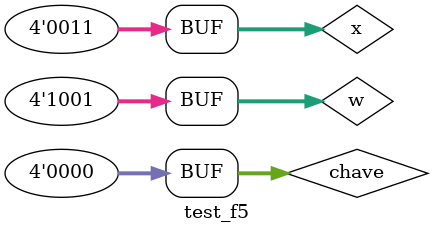
<source format=v>
module cx1 (output [3:0] s0, 
			          input [3:0] s5, 
			          input [3:0] s2, 
			          input [3:0] chave); 
 assign s0 = (s5 & ~chave) | (s2 & chave); 
	endmodule // cx1
module cx2 (output [3:0] s1, 
			           input [3:0] s3, 
			           input [3:0] s4, 
			           input [3:0] chave); 
 assign s1 = (s3 & ~chave) | (s4 & chave); 
	endmodule // cx2
module orGate (output [3:0] s5, 
			  		input [3:0] w, 
			  		input [3:0] x); 
 assign s5 = (w | x);         
 	endmodule // orGate 
module xorGate (output [3:0] s2, 
			  		input [3:0] w, 
			  		input [3:0] x); 
 assign s2 = (w ^ x); 
	endmodule // xorGate 
module xnorGate (output [3:0] s4, 
			  		  input [3:0] w, 
			  		  input [3:0] x); 
 assign s4 = ~(w ^ x);         
 	endmodule // xnorGate 
module norGate (output [3:0] s3, 
			  		 input [3:0] w, 
			  		 input [3:0] x); 
 assign s3 = ~(w | x); 
	endmodule // norGate 
	module test_f5; 
// ------------------------- definir dados 
	reg [3:0] w; 
	reg [3:0] x; 
	reg [3:0] chave; 
	wire [3:0] s0; 
	wire [3:0] s1; 
	wire [3:0] s2; 
	wire [3:0] s3; 
	wire [3:0] s4; 
	wire [3:0] s5; 
	orGate domada (s5, w, x);
	norGate bilara (s3, w, x);
	xorGate bonanza (s2, w, x);
	xnorGate pitanga (s4, w, x);
	cx1 fox (s0, s5, s2, chave);
	cx2 danubio (s1, s3, s4, chave);
// ------------------------- parte principal 
initial begin 
	$display("Exemplo0034 - Luis Vasconcelos Dias - 412753"); 
	$display("Test LU"); 
	w = 4'b0011; x = 4'b0101;
	#1 chave = 4'b1111;
	$monitor("\n%b (| ou ~|) %b chave %b = %b e\n %b (^ ou ~^) %b chave %b = %b", w, x, chave, s0, w, x, chave, s1); 
	#2 chave = 4'b0000;
	
	w = 4'b0000; x = 4'b0000;
	#1 chave = 4'b1111;
	$monitor("\n%b (| ou ~|) %b chave %b = %b e\n %b (^ ou ~^) %b chave %b = %b", w, x, chave, s0, w, x, chave, s1); 
	#2 chave = 4'b0000;
	
	w = 4'b0010; x = 4'b0001;
	#1 chave = 4'b1111;
	$monitor("\n%b (| ou ~|) %b chave %b = %b e\n %b (^ ou ~^) %b chave %b = %b", w, x, chave, s0, w, x, chave, s1); 
	#2 chave = 4'b0000;
	
	w = 4'b0001; x = 4'b0011;
	#1 chave = 4'b1111;
	$monitor("\n%b (| ou ~|) %b chave %b = %b e\n %b (^ ou ~^) %b chave %b = %b", w, x, chave, s0, w, x, chave, s1); 
	#2 chave = 4'b0000;
	
	w = 4'b0101; x = 4'b0010;
	#1 chave = 4'b1111;
	$monitor("\n%b (| ou ~|) %b chave %b = %b e\n %b (^ ou ~^) %b chave %b = %b", w, x, chave, s0, w, x, chave, s1); 
	#2 chave = 4'b0000;
	
	w = 4'b1010; x = 4'b0011;
	#1 chave = 4'b1111;
	$monitor("\n%b (| ou ~|) %b chave %b = %b e\n %b (^ ou ~^) %b chave %b = %b", w, x, chave, s0, w, x, chave, s1); 
	#2 chave = 4'b0000;
	
	w = 4'b1001; x = 4'b0011;
	#1 chave = 4'b1111;
	$monitor("\n%b (| ou ~|) %b chave %b = %b e\n %b (^ ou ~^) %b chave %b = %b", w, x, chave, s0, w, x, chave, s1); 
	#2 chave = 4'b0000;
end 
endmodule // test_f5 

/*
Test LU
0011 (| ou ~|) 0101 chave 1111 = 0110 e
0011 (^ ou ~^) 0101 chave 1111 = 1001
    
0000 (| ou ~|) 0000 chave 0000 = 0000 e
0000 (^ ou ~^) 0000 chave 0000 = 1111
	  
0000 (| ou ~|) 0000 chave 1111 = 0000 e
0000 (^ ou ~^) 0000 chave 1111 = 1111
		
0010 (| ou ~|) 0001 chave 0000 = 0011 e
0010 (^ ou ~^) 0001 chave 0000 = 1100
		 
0010 (| ou ~|) 0001 chave 1111 = 0011 e
0010 (^ ou ~^) 0001 chave 1111 = 1100
		  
0001 (| ou ~|) 0011 chave 0000 = 0011 e
0001 (^ ou ~^) 0011 chave 0000 = 1100
			
0001 (| ou ~|) 0011 chave 1111 = 0010 e
0001 (^ ou ~^) 0011 chave 1111 = 1101
		 
0101 (| ou ~|) 0010 chave 0000 = 0111 e
0101 (^ ou ~^) 0010 chave 0000 = 1000
		  
0101 (| ou ~|) 0010 chave 1111 = 0111 e
0101 (^ ou ~^) 0010 chave 1111 = 1000
			  
1010 (| ou ~|) 0011 chave 0000 = 1011 e
1010 (^ ou ~^) 0011 chave 0000 = 0100
			  
1010 (| ou ~|) 0011 chave 1111 = 1001 e
1010 (^ ou ~^) 0011 chave 1111 = 0110

1001 (| ou ~|) 0011 chave 0000 = 1011 e
1001 (^ ou ~^) 0011 chave 0000 = 0100
			  
1001 (| ou ~|) 0011 chave 1111 = 1010 e
1001 (^ ou ~^) 0011 chave 1111 = 0101
		  
1001 (| ou ~|) 0011 chave 0000 = 1011 e
1001 (^ ou ~^) 0011 chave 0000 = 0100
*/
</source>
